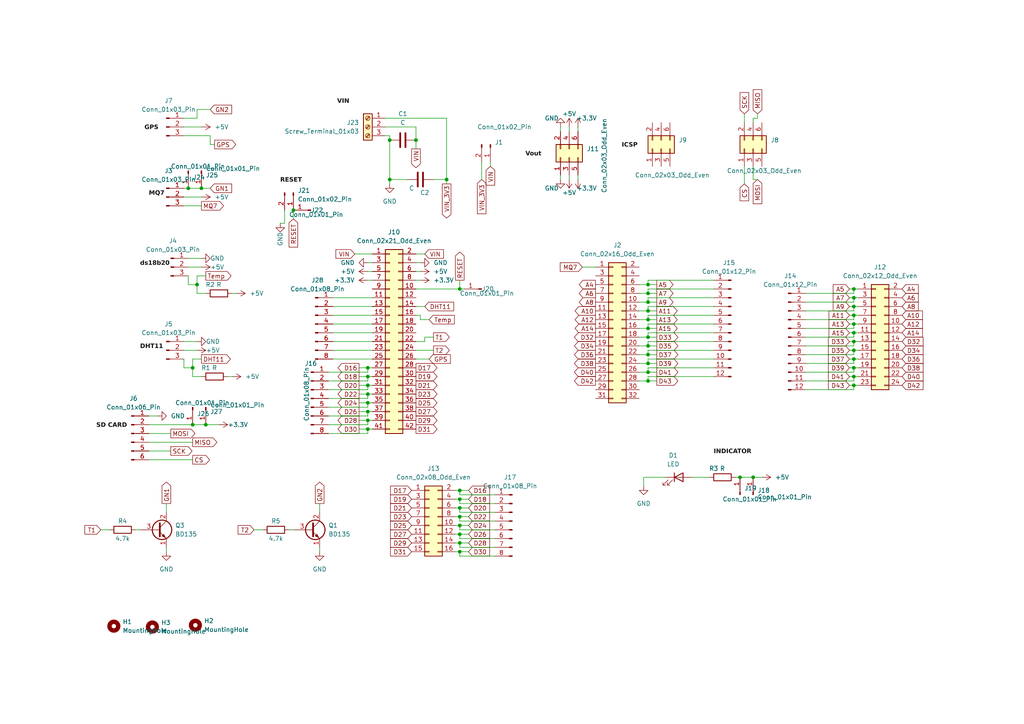
<source format=kicad_sch>
(kicad_sch (version 20230121) (generator eeschema)
  (paper "A4")
  (lib_symbols
    (symbol "Connector:Conn_01x01_Pin" (pin_names (offset 1.016) hide)
      (property "Reference" "J" (at 0 2.54 0))
      (property "Value" "Conn_01x01_Pin" (at 0 -2.54 0))
      (symbol "Conn_01x01_Pin_1_1"
        (pin passive line (at 5.08 0 180) (length 3.81) (name "Pin_1") (number "1"))
      )
    )
    (symbol "Connector:Conn_01x02_Pin" (pin_names (offset 1.016) hide)
      (property "Reference" "J" (at 0 2.54 0))
      (property "Value" "Conn_01x02_Pin" (at 0 -5.08 0))
      (symbol "Conn_01x02_Pin_1_1"
        (pin passive line (at 5.08 0 180) (length 3.81) (name "Pin_1") (number "1"))
        (pin passive line (at 5.08 -2.54 180) (length 3.81) (name "Pin_2") (number "2"))
      )
    )
    (symbol "Connector:Conn_01x03_Pin" (pin_names (offset 1.016) hide)
      (property "Reference" "J" (at 0 5.08 0))
      (property "Value" "Conn_01x03_Pin" (at 0 -5.08 0))
      (symbol "Conn_01x03_Pin_1_1"
        (pin passive line (at 5.08 2.54 180) (length 3.81) (name "Pin_1") (number "1"))
        (pin passive line (at 5.08 0 180) (length 3.81) (name "Pin_2") (number "2"))
        (pin passive line (at 5.08 -2.54 180) (length 3.81) (name "Pin_3") (number "3"))
      )
    )
    (symbol "Connector:Conn_01x06_Pin" (pin_names (offset 1.016) hide)
      (property "Reference" "J" (at 0 7.62 0))
      (property "Value" "Conn_01x06_Pin" (at 0 -10.16 0))
      (symbol "Conn_01x06_Pin_1_1"
        (pin passive line (at 5.08 5.08 180) (length 3.81) (name "Pin_1") (number "1"))
        (pin passive line (at 5.08 2.54 180) (length 3.81) (name "Pin_2") (number "2"))
        (pin passive line (at 5.08 0 180) (length 3.81) (name "Pin_3") (number "3"))
        (pin passive line (at 5.08 -2.54 180) (length 3.81) (name "Pin_4") (number "4"))
        (pin passive line (at 5.08 -5.08 180) (length 3.81) (name "Pin_5") (number "5"))
        (pin passive line (at 5.08 -7.62 180) (length 3.81) (name "Pin_6") (number "6"))
      )
    )
    (symbol "Connector:Conn_01x08_Pin" (pin_names (offset 1.016) hide)
      (property "Reference" "J" (at 0 10.16 0))
      (property "Value" "Conn_01x08_Pin" (at 0 -12.7 0))
      (symbol "Conn_01x08_Pin_1_1"
        (pin passive line (at 5.08 7.62 180) (length 3.81) (name "Pin_1") (number "1"))
        (pin passive line (at 5.08 5.08 180) (length 3.81) (name "Pin_2") (number "2"))
        (pin passive line (at 5.08 2.54 180) (length 3.81) (name "Pin_3") (number "3"))
        (pin passive line (at 5.08 0 180) (length 3.81) (name "Pin_4") (number "4"))
        (pin passive line (at 5.08 -2.54 180) (length 3.81) (name "Pin_5") (number "5"))
        (pin passive line (at 5.08 -5.08 180) (length 3.81) (name "Pin_6") (number "6"))
        (pin passive line (at 5.08 -7.62 180) (length 3.81) (name "Pin_7") (number "7"))
        (pin passive line (at 5.08 -10.16 180) (length 3.81) (name "Pin_8") (number "8"))
      )
    )
    (symbol "Connector:Conn_01x12_Pin" (pin_names (offset 1.016) hide)
      (property "Reference" "J" (at 0 15.24 0))
      (property "Value" "Conn_01x12_Pin" (at 0 -17.78 0))
      (symbol "Conn_01x12_Pin_1_1"
        (pin passive line (at 5.08 12.7 180) (length 3.81) (name "Pin_1") (number "1"))
        (pin passive line (at 5.08 -10.16 180) (length 3.81) (name "Pin_10") (number "10"))
        (pin passive line (at 5.08 -12.7 180) (length 3.81) (name "Pin_11") (number "11"))
        (pin passive line (at 5.08 -15.24 180) (length 3.81) (name "Pin_12") (number "12"))
        (pin passive line (at 5.08 10.16 180) (length 3.81) (name "Pin_2") (number "2"))
        (pin passive line (at 5.08 7.62 180) (length 3.81) (name "Pin_3") (number "3"))
        (pin passive line (at 5.08 5.08 180) (length 3.81) (name "Pin_4") (number "4"))
        (pin passive line (at 5.08 2.54 180) (length 3.81) (name "Pin_5") (number "5"))
        (pin passive line (at 5.08 0 180) (length 3.81) (name "Pin_6") (number "6"))
        (pin passive line (at 5.08 -2.54 180) (length 3.81) (name "Pin_7") (number "7"))
        (pin passive line (at 5.08 -5.08 180) (length 3.81) (name "Pin_8") (number "8"))
        (pin passive line (at 5.08 -7.62 180) (length 3.81) (name "Pin_9") (number "9"))
      )
    )
    (symbol "Connector:Screw_Terminal_01x03" (pin_names (offset 1.016) hide)
      (property "Reference" "J" (at 0 5.08 0))
      (property "Value" "Screw_Terminal_01x03" (at 0 -5.08 0))
      (symbol "Screw_Terminal_01x03_1_1"
        (pin passive line (at -5.08 2.54 0) (length 3.81) (name "Pin_1") (number "1"))
        (pin passive line (at -5.08 0 0) (length 3.81) (name "Pin_2") (number "2"))
        (pin passive line (at -5.08 -2.54 0) (length 3.81) (name "Pin_3") (number "3"))
      )
    )
    (symbol "Connector_Generic:Conn_02x03_Odd_Even" (pin_names (offset 1.016) hide)
      (property "Reference" "J" (at 1.27 5.08 0))
      (property "Value" "Conn_02x03_Odd_Even" (at 1.27 -5.08 0))
      (symbol "Conn_02x03_Odd_Even_1_1"
        (pin passive line (at -5.08 2.54 0) (length 3.81) (name "Pin_1") (number "1"))
        (pin passive line (at 7.62 2.54 180) (length 3.81) (name "Pin_2") (number "2"))
        (pin passive line (at -5.08 0 0) (length 3.81) (name "Pin_3") (number "3"))
        (pin passive line (at 7.62 0 180) (length 3.81) (name "Pin_4") (number "4"))
        (pin passive line (at -5.08 -2.54 0) (length 3.81) (name "Pin_5") (number "5"))
        (pin passive line (at 7.62 -2.54 180) (length 3.81) (name "Pin_6") (number "6"))
      )
    )
    (symbol "Connector_Generic:Conn_02x08_Odd_Even" (pin_names (offset 1.016) hide)
      (property "Reference" "J" (at 1.27 10.16 0))
      (property "Value" "Conn_02x08_Odd_Even" (at 1.27 -12.7 0))
      (symbol "Conn_02x08_Odd_Even_1_1"
        (pin passive line (at -5.08 7.62 0) (length 3.81) (name "Pin_1") (number "1"))
        (pin passive line (at 7.62 -2.54 180) (length 3.81) (name "Pin_10") (number "10"))
        (pin passive line (at -5.08 -5.08 0) (length 3.81) (name "Pin_11") (number "11"))
        (pin passive line (at 7.62 -5.08 180) (length 3.81) (name "Pin_12") (number "12"))
        (pin passive line (at -5.08 -7.62 0) (length 3.81) (name "Pin_13") (number "13"))
        (pin passive line (at 7.62 -7.62 180) (length 3.81) (name "Pin_14") (number "14"))
        (pin passive line (at -5.08 -10.16 0) (length 3.81) (name "Pin_15") (number "15"))
        (pin passive line (at 7.62 -10.16 180) (length 3.81) (name "Pin_16") (number "16"))
        (pin passive line (at 7.62 7.62 180) (length 3.81) (name "Pin_2") (number "2"))
        (pin passive line (at -5.08 5.08 0) (length 3.81) (name "Pin_3") (number "3"))
        (pin passive line (at 7.62 5.08 180) (length 3.81) (name "Pin_4") (number "4"))
        (pin passive line (at -5.08 2.54 0) (length 3.81) (name "Pin_5") (number "5"))
        (pin passive line (at 7.62 2.54 180) (length 3.81) (name "Pin_6") (number "6"))
        (pin passive line (at -5.08 0 0) (length 3.81) (name "Pin_7") (number "7"))
        (pin passive line (at 7.62 0 180) (length 3.81) (name "Pin_8") (number "8"))
        (pin passive line (at -5.08 -2.54 0) (length 3.81) (name "Pin_9") (number "9"))
      )
    )
    (symbol "Connector_Generic:Conn_02x12_Odd_Even" (pin_names (offset 1.016) hide)
      (property "Reference" "J" (at 1.27 15.24 0))
      (property "Value" "Conn_02x12_Odd_Even" (at 1.27 -17.78 0))
      (symbol "Conn_02x12_Odd_Even_1_1"
        (pin passive line (at -5.08 12.7 0) (length 3.81) (name "Pin_1") (number "1"))
        (pin passive line (at 7.62 2.54 180) (length 3.81) (name "Pin_10") (number "10"))
        (pin passive line (at -5.08 0 0) (length 3.81) (name "Pin_11") (number "11"))
        (pin passive line (at 7.62 0 180) (length 3.81) (name "Pin_12") (number "12"))
        (pin passive line (at -5.08 -2.54 0) (length 3.81) (name "Pin_13") (number "13"))
        (pin passive line (at 7.62 -2.54 180) (length 3.81) (name "Pin_14") (number "14"))
        (pin passive line (at -5.08 -5.08 0) (length 3.81) (name "Pin_15") (number "15"))
        (pin passive line (at 7.62 -5.08 180) (length 3.81) (name "Pin_16") (number "16"))
        (pin passive line (at -5.08 -7.62 0) (length 3.81) (name "Pin_17") (number "17"))
        (pin passive line (at 7.62 -7.62 180) (length 3.81) (name "Pin_18") (number "18"))
        (pin passive line (at -5.08 -10.16 0) (length 3.81) (name "Pin_19") (number "19"))
        (pin passive line (at 7.62 12.7 180) (length 3.81) (name "Pin_2") (number "2"))
        (pin passive line (at 7.62 -10.16 180) (length 3.81) (name "Pin_20") (number "20"))
        (pin passive line (at -5.08 -12.7 0) (length 3.81) (name "Pin_21") (number "21"))
        (pin passive line (at 7.62 -12.7 180) (length 3.81) (name "Pin_22") (number "22"))
        (pin passive line (at -5.08 -15.24 0) (length 3.81) (name "Pin_23") (number "23"))
        (pin passive line (at 7.62 -15.24 180) (length 3.81) (name "Pin_24") (number "24"))
        (pin passive line (at -5.08 10.16 0) (length 3.81) (name "Pin_3") (number "3"))
        (pin passive line (at 7.62 10.16 180) (length 3.81) (name "Pin_4") (number "4"))
        (pin passive line (at -5.08 7.62 0) (length 3.81) (name "Pin_5") (number "5"))
        (pin passive line (at 7.62 7.62 180) (length 3.81) (name "Pin_6") (number "6"))
        (pin passive line (at -5.08 5.08 0) (length 3.81) (name "Pin_7") (number "7"))
        (pin passive line (at 7.62 5.08 180) (length 3.81) (name "Pin_8") (number "8"))
        (pin passive line (at -5.08 2.54 0) (length 3.81) (name "Pin_9") (number "9"))
      )
    )
    (symbol "Connector_Generic:Conn_02x16_Odd_Even" (pin_names (offset 1.016) hide)
      (property "Reference" "J" (at 1.27 20.32 0))
      (property "Value" "Conn_02x16_Odd_Even" (at 1.27 -22.86 0))
      (symbol "Conn_02x16_Odd_Even_1_1"
        (pin passive line (at -5.08 17.78 0) (length 3.81) (name "Pin_1") (number "1"))
        (pin passive line (at 7.62 7.62 180) (length 3.81) (name "Pin_10") (number "10"))
        (pin passive line (at -5.08 5.08 0) (length 3.81) (name "Pin_11") (number "11"))
        (pin passive line (at 7.62 5.08 180) (length 3.81) (name "Pin_12") (number "12"))
        (pin passive line (at -5.08 2.54 0) (length 3.81) (name "Pin_13") (number "13"))
        (pin passive line (at 7.62 2.54 180) (length 3.81) (name "Pin_14") (number "14"))
        (pin passive line (at -5.08 0 0) (length 3.81) (name "Pin_15") (number "15"))
        (pin passive line (at 7.62 0 180) (length 3.81) (name "Pin_16") (number "16"))
        (pin passive line (at -5.08 -2.54 0) (length 3.81) (name "Pin_17") (number "17"))
        (pin passive line (at 7.62 -2.54 180) (length 3.81) (name "Pin_18") (number "18"))
        (pin passive line (at -5.08 -5.08 0) (length 3.81) (name "Pin_19") (number "19"))
        (pin passive line (at 7.62 17.78 180) (length 3.81) (name "Pin_2") (number "2"))
        (pin passive line (at 7.62 -5.08 180) (length 3.81) (name "Pin_20") (number "20"))
        (pin passive line (at -5.08 -7.62 0) (length 3.81) (name "Pin_21") (number "21"))
        (pin passive line (at 7.62 -7.62 180) (length 3.81) (name "Pin_22") (number "22"))
        (pin passive line (at -5.08 -10.16 0) (length 3.81) (name "Pin_23") (number "23"))
        (pin passive line (at 7.62 -10.16 180) (length 3.81) (name "Pin_24") (number "24"))
        (pin passive line (at -5.08 -12.7 0) (length 3.81) (name "Pin_25") (number "25"))
        (pin passive line (at 7.62 -12.7 180) (length 3.81) (name "Pin_26") (number "26"))
        (pin passive line (at -5.08 -15.24 0) (length 3.81) (name "Pin_27") (number "27"))
        (pin passive line (at 7.62 -15.24 180) (length 3.81) (name "Pin_28") (number "28"))
        (pin passive line (at -5.08 -17.78 0) (length 3.81) (name "Pin_29") (number "29"))
        (pin passive line (at -5.08 15.24 0) (length 3.81) (name "Pin_3") (number "3"))
        (pin passive line (at 7.62 -17.78 180) (length 3.81) (name "Pin_30") (number "30"))
        (pin passive line (at -5.08 -20.32 0) (length 3.81) (name "Pin_31") (number "31"))
        (pin passive line (at 7.62 -20.32 180) (length 3.81) (name "Pin_32") (number "32"))
        (pin passive line (at 7.62 15.24 180) (length 3.81) (name "Pin_4") (number "4"))
        (pin passive line (at -5.08 12.7 0) (length 3.81) (name "Pin_5") (number "5"))
        (pin passive line (at 7.62 12.7 180) (length 3.81) (name "Pin_6") (number "6"))
        (pin passive line (at -5.08 10.16 0) (length 3.81) (name "Pin_7") (number "7"))
        (pin passive line (at 7.62 10.16 180) (length 3.81) (name "Pin_8") (number "8"))
        (pin passive line (at -5.08 7.62 0) (length 3.81) (name "Pin_9") (number "9"))
      )
    )
    (symbol "Connector_Generic:Conn_02x21_Odd_Even" (pin_names (offset 1.016) hide)
      (property "Reference" "J" (at 1.27 27.94 0))
      (property "Value" "Conn_02x21_Odd_Even" (at 1.27 -27.94 0))
      (symbol "Conn_02x21_Odd_Even_1_1"
        (pin passive line (at -5.08 25.4 0) (length 3.81) (name "Pin_1") (number "1"))
        (pin passive line (at 7.62 15.24 180) (length 3.81) (name "Pin_10") (number "10"))
        (pin passive line (at -5.08 12.7 0) (length 3.81) (name "Pin_11") (number "11"))
        (pin passive line (at 7.62 12.7 180) (length 3.81) (name "Pin_12") (number "12"))
        (pin passive line (at -5.08 10.16 0) (length 3.81) (name "Pin_13") (number "13"))
        (pin passive line (at 7.62 10.16 180) (length 3.81) (name "Pin_14") (number "14"))
        (pin passive line (at -5.08 7.62 0) (length 3.81) (name "Pin_15") (number "15"))
        (pin passive line (at 7.62 7.62 180) (length 3.81) (name "Pin_16") (number "16"))
        (pin passive line (at -5.08 5.08 0) (length 3.81) (name "Pin_17") (number "17"))
        (pin passive line (at 7.62 5.08 180) (length 3.81) (name "Pin_18") (number "18"))
        (pin passive line (at -5.08 2.54 0) (length 3.81) (name "Pin_19") (number "19"))
        (pin passive line (at 7.62 25.4 180) (length 3.81) (name "Pin_2") (number "2"))
        (pin passive line (at 7.62 2.54 180) (length 3.81) (name "Pin_20") (number "20"))
        (pin passive line (at -5.08 0 0) (length 3.81) (name "Pin_21") (number "21"))
        (pin passive line (at 7.62 0 180) (length 3.81) (name "Pin_22") (number "22"))
        (pin passive line (at -5.08 -2.54 0) (length 3.81) (name "Pin_23") (number "23"))
        (pin passive line (at 7.62 -2.54 180) (length 3.81) (name "Pin_24") (number "24"))
        (pin passive line (at -5.08 -5.08 0) (length 3.81) (name "Pin_25") (number "25"))
        (pin passive line (at 7.62 -5.08 180) (length 3.81) (name "Pin_26") (number "26"))
        (pin passive line (at -5.08 -7.62 0) (length 3.81) (name "Pin_27") (number "27"))
        (pin passive line (at 7.62 -7.62 180) (length 3.81) (name "Pin_28") (number "28"))
        (pin passive line (at -5.08 -10.16 0) (length 3.81) (name "Pin_29") (number "29"))
        (pin passive line (at -5.08 22.86 0) (length 3.81) (name "Pin_3") (number "3"))
        (pin passive line (at 7.62 -10.16 180) (length 3.81) (name "Pin_30") (number "30"))
        (pin passive line (at -5.08 -12.7 0) (length 3.81) (name "Pin_31") (number "31"))
        (pin passive line (at 7.62 -12.7 180) (length 3.81) (name "Pin_32") (number "32"))
        (pin passive line (at -5.08 -15.24 0) (length 3.81) (name "Pin_33") (number "33"))
        (pin passive line (at 7.62 -15.24 180) (length 3.81) (name "Pin_34") (number "34"))
        (pin passive line (at -5.08 -17.78 0) (length 3.81) (name "Pin_35") (number "35"))
        (pin passive line (at 7.62 -17.78 180) (length 3.81) (name "Pin_36") (number "36"))
        (pin passive line (at -5.08 -20.32 0) (length 3.81) (name "Pin_37") (number "37"))
        (pin passive line (at 7.62 -20.32 180) (length 3.81) (name "Pin_38") (number "38"))
        (pin passive line (at -5.08 -22.86 0) (length 3.81) (name "Pin_39") (number "39"))
        (pin passive line (at 7.62 22.86 180) (length 3.81) (name "Pin_4") (number "4"))
        (pin passive line (at 7.62 -22.86 180) (length 3.81) (name "Pin_40") (number "40"))
        (pin passive line (at -5.08 -25.4 0) (length 3.81) (name "Pin_41") (number "41"))
        (pin passive line (at 7.62 -25.4 180) (length 3.81) (name "Pin_42") (number "42"))
        (pin passive line (at -5.08 20.32 0) (length 3.81) (name "Pin_5") (number "5"))
        (pin passive line (at 7.62 20.32 180) (length 3.81) (name "Pin_6") (number "6"))
        (pin passive line (at -5.08 17.78 0) (length 3.81) (name "Pin_7") (number "7"))
        (pin passive line (at 7.62 17.78 180) (length 3.81) (name "Pin_8") (number "8"))
        (pin passive line (at -5.08 15.24 0) (length 3.81) (name "Pin_9") (number "9"))
      )
    )
    (symbol "Device:C" (pin_numbers hide) (pin_names (offset 0.254))
      (property "Reference" "C" (at 0.635 2.54 0))
      (property "Value" "C" (at 0.635 -2.54 0))
      (symbol "C_1_1"
        (pin passive line (at 0 3.81 270) (length 2.794) (name "~") (number "1"))
        (pin passive line (at 0 -3.81 90) (length 2.794) (name "~") (number "2"))
      )
    )
    (symbol "Device:LED" (pin_numbers hide) (pin_names (offset 1.016) hide)
      (property "Reference" "D" (at 0 2.54 0))
      (property "Value" "LED" (at 0 -2.54 0))
      (symbol "LED_1_1"
        (pin passive line (at -3.81 0 0) (length 2.54) (name "K") (number "1"))
        (pin passive line (at 3.81 0 180) (length 2.54) (name "A") (number "2"))
      )
    )
    (symbol "Device:R" (pin_numbers hide) (pin_names (offset 0))
      (property "Reference" "R" (at 2.032 0 90))
      (property "Value" "R" (at 0 0 90))
      (symbol "R_1_1"
        (pin passive line (at 0 3.81 270) (length 1.27) (name "~") (number "1"))
        (pin passive line (at 0 -3.81 90) (length 1.27) (name "~") (number "2"))
      )
    )
    (symbol "Mechanical:MountingHole" (pin_names (offset 1.016))
      (property "Reference" "H" (at 0 5.08 0))
      (property "Value" "MountingHole" (at 0 3.175 0))
    )
    (symbol "Transistor_BJT:BD135" (pin_names (offset 0) hide)
      (property "Reference" "Q" (at 5.08 1.905 0))
      (property "Value" "BD135" (at 5.08 0 0))
      (symbol "BD135_1_1"
        (pin passive line (at 2.54 -5.08 90) (length 2.54) (name "E") (number "1"))
        (pin passive line (at 2.54 5.08 270) (length 2.54) (name "C") (number "2"))
        (pin input line (at -5.08 0 0) (length 5.08) (name "B") (number "3"))
      )
    )
    (symbol "power:+3.3V" (power) (pin_names (offset 0))
      (property "Value" "+3.3V" (at 0 3.556 0))
      (symbol "+3.3V_1_1"
        (pin power_in line (at 0 0 90) (length 0) hide (name "+3.3V") (number "1"))
      )
    )
    (symbol "power:+5V" (power) (pin_names (offset 0))
      (property "Value" "+5V" (at 0 3.556 0))
      (symbol "+5V_1_1"
        (pin power_in line (at 0 0 90) (length 0) hide (name "+5V") (number "1"))
      )
    )
    (symbol "power:GND" (power) (pin_names (offset 0))
      (property "Value" "GND" (at 0 -3.81 0))
      (symbol "GND_1_1"
        (pin power_in line (at 0 0 270) (length 0) hide (name "GND") (number "1"))
      )
    )
  )
  (junction (at 106.68 119.38))
  (junction (at 187.96 97.79))
  (junction (at 133.35 83.82))
  (junction (at 133.35 144.78))
  (junction (at 187.96 100.33))
  (junction (at 187.96 107.95))
  (junction (at 129.54 52.07))
  (junction (at 247.65 99.06))
  (junction (at 106.68 109.22))
  (junction (at 214.63 138.43))
  (junction (at 133.35 152.4))
  (junction (at 187.96 102.87))
  (junction (at 106.68 124.46))
  (junction (at 106.68 106.68))
  (junction (at 247.65 101.6))
  (junction (at 187.96 90.17))
  (junction (at 187.96 92.71))
  (junction (at 54.61 54.61))
  (junction (at 58.42 54.61))
  (junction (at 133.35 142.24))
  (junction (at 247.65 109.22))
  (junction (at 187.96 87.63))
  (junction (at 59.69 123.19))
  (junction (at 57.15 82.55))
  (junction (at 247.65 91.44))
  (junction (at 133.35 157.48))
  (junction (at 247.65 88.9))
  (junction (at 106.68 114.3))
  (junction (at 113.03 52.07))
  (junction (at 55.88 123.19))
  (junction (at 187.96 85.09))
  (junction (at 133.35 149.86))
  (junction (at 85.09 60.96))
  (junction (at 247.65 93.98))
  (junction (at 106.68 121.92))
  (junction (at 247.65 86.36))
  (junction (at 187.96 105.41))
  (junction (at 55.88 106.68))
  (junction (at 187.96 95.25))
  (junction (at 106.68 116.84))
  (junction (at 247.65 104.14))
  (junction (at 187.96 110.49))
  (junction (at 247.65 96.52))
  (junction (at 133.35 154.94))
  (junction (at 106.68 111.76))
  (junction (at 247.65 111.76))
  (junction (at 133.35 160.02))
  (junction (at 247.65 106.68))
  (junction (at 218.44 138.43))
  (junction (at 187.96 82.55))
  (junction (at 113.03 40.64))
  (junction (at 247.65 83.82))
  (junction (at 133.35 147.32))
  (junction (at 120.65 40.64))
  (wire (pts (xy 233.68 97.79) (xy 247.65 97.79)))
  (wire (pts (xy 106.68 118.11) (xy 106.68 116.84)))
  (wire (pts (xy 190.5 87.63) (xy 187.96 87.63)))
  (wire (pts (xy 185.42 82.55) (xy 187.96 82.55)))
  (wire (pts (xy 82.55 64.77) (xy 82.55 60.96)))
  (wire (pts (xy 187.96 86.36) (xy 207.01 86.36)))
  (wire (pts (xy 60.96 54.61) (xy 58.42 54.61)))
  (wire (pts (xy 111.76 39.37) (xy 113.03 39.37)))
  (wire (pts (xy 57.15 99.06) (xy 53.34 99.06)))
  (wire (pts (xy 187.96 96.52) (xy 187.96 97.79)))
  (wire (pts (xy 106.68 110.49) (xy 106.68 109.22)))
  (wire (pts (xy 106.68 124.46) (xy 107.95 124.46)))
  (wire (pts (xy 55.88 106.68) (xy 55.88 109.22)))
  (wire (pts (xy 96.52 88.9) (xy 107.95 88.9)))
  (wire (pts (xy 187.96 106.68) (xy 207.01 106.68)))
  (wire (pts (xy 247.65 83.82) (xy 248.92 83.82)))
  (wire (pts (xy 106.68 76.2) (xy 107.95 76.2)))
  (wire (pts (xy 187.96 90.17) (xy 185.42 90.17)))
  (wire (pts (xy 187.96 83.82) (xy 187.96 85.09)))
  (wire (pts (xy 133.35 81.28) (xy 133.35 83.82)))
  (wire (pts (xy 133.35 148.59) (xy 133.35 147.32)))
  (wire (pts (xy 214.63 138.43) (xy 213.36 138.43)))
  (wire (pts (xy 187.96 99.06) (xy 187.96 100.33)))
  (wire (pts (xy 187.96 101.6) (xy 187.96 102.87)))
  (wire (pts (xy 187.96 85.09) (xy 190.5 85.09)))
  (wire (pts (xy 143.51 151.13) (xy 133.35 151.13)))
  (wire (pts (xy 96.52 86.36) (xy 107.95 86.36)))
  (wire (pts (xy 133.35 153.67) (xy 133.35 152.4)))
  (wire (pts (xy 165.1 52.07) (xy 165.1 50.8)))
  (wire (pts (xy 143.51 153.67) (xy 133.35 153.67)))
  (wire (pts (xy 54.61 54.61) (xy 58.42 54.61)))
  (wire (pts (xy 218.44 34.29) (xy 218.44 35.56)))
  (wire (pts (xy 43.18 125.73) (xy 49.53 125.73)))
  (wire (pts (xy 246.38 109.22) (xy 247.65 109.22)))
  (wire (pts (xy 187.96 88.9) (xy 207.01 88.9)))
  (wire (pts (xy 246.38 88.9) (xy 247.65 88.9)))
  (wire (pts (xy 48.26 146.05) (xy 48.26 148.59)))
  (wire (pts (xy 95.25 113.03) (xy 106.68 113.03)))
  (wire (pts (xy 187.96 81.28) (xy 187.96 82.55)))
  (wire (pts (xy 220.98 138.43) (xy 218.44 138.43)))
  (wire (pts (xy 246.38 111.76) (xy 247.65 111.76)))
  (wire (pts (xy 133.35 144.78) (xy 132.08 144.78)))
  (wire (pts (xy 58.42 59.69) (xy 53.34 59.69)))
  (wire (pts (xy 187.96 102.87) (xy 185.42 102.87)))
  (wire (pts (xy 83.82 153.67) (xy 85.09 153.67)))
  (wire (pts (xy 165.1 38.1) (xy 165.1 36.83)))
  (wire (pts (xy 104.14 114.3) (xy 106.68 114.3)))
  (wire (pts (xy 133.35 83.82) (xy 120.65 83.82)))
  (wire (pts (xy 67.31 109.22) (xy 66.04 109.22)))
  (wire (pts (xy 233.68 100.33) (xy 247.65 100.33)))
  (wire (pts (xy 135.89 147.32) (xy 133.35 147.32)))
  (wire (pts (xy 60.96 39.37) (xy 53.34 39.37)))
  (wire (pts (xy 57.15 80.01) (xy 57.15 82.55)))
  (wire (pts (xy 133.35 161.29) (xy 133.35 160.02)))
  (wire (pts (xy 187.96 107.95) (xy 185.42 107.95)))
  (wire (pts (xy 135.89 142.24) (xy 133.35 142.24)))
  (wire (pts (xy 55.88 109.22) (xy 58.42 109.22)))
  (wire (pts (xy 81.28 64.77) (xy 82.55 64.77)))
  (wire (pts (xy 134.62 83.82) (xy 133.35 83.82)))
  (wire (pts (xy 246.38 101.6) (xy 247.65 101.6)))
  (wire (pts (xy 135.89 152.4) (xy 133.35 152.4)))
  (wire (pts (xy 59.69 123.19) (xy 63.5 123.19)))
  (wire (pts (xy 124.46 104.14) (xy 120.65 104.14)))
  (wire (pts (xy 125.73 52.07) (xy 129.54 52.07)))
  (wire (pts (xy 106.68 121.92) (xy 107.95 121.92)))
  (wire (pts (xy 106.68 125.73) (xy 106.68 124.46)))
  (wire (pts (xy 215.9 33.02) (xy 215.9 35.56)))
  (wire (pts (xy 190.5 95.25) (xy 187.96 95.25)))
  (wire (pts (xy 143.51 161.29) (xy 133.35 161.29)))
  (wire (pts (xy 106.68 78.74) (xy 107.95 78.74)))
  (wire (pts (xy 104.14 124.46) (xy 106.68 124.46)))
  (wire (pts (xy 233.68 113.03) (xy 247.65 113.03)))
  (wire (pts (xy 247.65 105.41) (xy 247.65 104.14)))
  (wire (pts (xy 207.01 81.28) (xy 187.96 81.28)))
  (wire (pts (xy 54.61 82.55) (xy 57.15 82.55)))
  (wire (pts (xy 247.65 91.44) (xy 248.92 91.44)))
  (wire (pts (xy 54.61 80.01) (xy 54.61 82.55)))
  (wire (pts (xy 187.96 95.25) (xy 185.42 95.25)))
  (wire (pts (xy 102.87 73.66) (xy 107.95 73.66)))
  (wire (pts (xy 95.25 125.73) (xy 106.68 125.73)))
  (wire (pts (xy 247.65 86.36) (xy 248.92 86.36)))
  (wire (pts (xy 135.89 154.94) (xy 133.35 154.94)))
  (wire (pts (xy 129.54 34.29) (xy 129.54 52.07)))
  (wire (pts (xy 106.68 114.3) (xy 107.95 114.3)))
  (wire (pts (xy 233.68 95.25) (xy 247.65 95.25)))
  (wire (pts (xy 57.15 31.75) (xy 57.15 34.29)))
  (wire (pts (xy 187.96 106.68) (xy 187.96 107.95)))
  (wire (pts (xy 247.65 87.63) (xy 247.65 86.36)))
  (wire (pts (xy 96.52 96.52) (xy 107.95 96.52)))
  (wire (pts (xy 187.96 91.44) (xy 187.96 92.71)))
  (wire (pts (xy 106.68 81.28) (xy 107.95 81.28)))
  (wire (pts (xy 219.71 34.29) (xy 219.71 33.02)))
  (wire (pts (xy 133.35 154.94) (xy 132.08 154.94)))
  (wire (pts (xy 95.25 107.95) (xy 106.68 107.95)))
  (wire (pts (xy 96.52 93.98) (xy 107.95 93.98)))
  (wire (pts (xy 162.56 36.83) (xy 162.56 38.1)))
  (wire (pts (xy 247.65 104.14) (xy 248.92 104.14)))
  (wire (pts (xy 190.5 107.95) (xy 187.96 107.95)))
  (wire (pts (xy 133.35 149.86) (xy 132.08 149.86)))
  (wire (pts (xy 233.68 92.71) (xy 247.65 92.71)))
  (wire (pts (xy 95.25 118.11) (xy 106.68 118.11)))
  (wire (pts (xy 135.89 149.86) (xy 133.35 149.86)))
  (wire (pts (xy 106.68 123.19) (xy 106.68 121.92)))
  (wire (pts (xy 129.54 34.29) (xy 111.76 34.29)))
  (wire (pts (xy 187.96 105.41) (xy 185.42 105.41)))
  (wire (pts (xy 62.23 41.91) (xy 60.96 41.91)))
  (wire (pts (xy 106.68 106.68) (xy 107.95 106.68)))
  (wire (pts (xy 104.14 106.68) (xy 106.68 106.68)))
  (wire (pts (xy 106.68 111.76) (xy 107.95 111.76)))
  (wire (pts (xy 207.01 104.14) (xy 187.96 104.14)))
  (wire (pts (xy 185.42 110.49) (xy 187.96 110.49)))
  (wire (pts (xy 123.19 99.06) (xy 120.65 99.06)))
  (wire (pts (xy 162.56 50.8) (xy 162.56 52.07)))
  (wire (pts (xy 233.68 110.49) (xy 247.65 110.49)))
  (wire (pts (xy 233.68 85.09) (xy 247.65 85.09)))
  (wire (pts (xy 233.68 90.17) (xy 247.65 90.17)))
  (wire (pts (xy 219.71 34.29) (xy 218.44 34.29)))
  (wire (pts (xy 247.65 96.52) (xy 248.92 96.52)))
  (wire (pts (xy 104.14 109.22) (xy 106.68 109.22)))
  (wire (pts (xy 187.96 92.71) (xy 190.5 92.71)))
  (wire (pts (xy 96.52 101.6) (xy 107.95 101.6)))
  (wire (pts (xy 106.68 109.22) (xy 107.95 109.22)))
  (wire (pts (xy 60.96 41.91) (xy 60.96 39.37)))
  (wire (pts (xy 187.96 96.52) (xy 207.01 96.52)))
  (wire (pts (xy 95.25 123.19) (xy 106.68 123.19)))
  (wire (pts (xy 106.68 120.65) (xy 106.68 119.38)))
  (wire (pts (xy 246.38 106.68) (xy 247.65 106.68)))
  (wire (pts (xy 246.38 83.82) (xy 247.65 83.82)))
  (wire (pts (xy 233.68 105.41) (xy 247.65 105.41)))
  (wire (pts (xy 247.65 99.06) (xy 248.92 99.06)))
  (wire (pts (xy 247.65 111.76) (xy 248.92 111.76)))
  (wire (pts (xy 121.92 78.74) (xy 120.65 78.74)))
  (wire (pts (xy 142.24 48.26) (xy 142.24 46.99)))
  (wire (pts (xy 187.96 109.22) (xy 187.96 110.49)))
  (wire (pts (xy 218.44 138.43) (xy 214.63 138.43)))
  (wire (pts (xy 247.65 101.6) (xy 248.92 101.6)))
  (wire (pts (xy 133.35 160.02) (xy 132.08 160.02)))
  (wire (pts (xy 133.35 146.05) (xy 133.35 144.78)))
  (wire (pts (xy 53.34 106.68) (xy 55.88 106.68)))
  (wire (pts (xy 247.65 113.03) (xy 247.65 111.76)))
  (wire (pts (xy 135.89 157.48) (xy 133.35 157.48)))
  (wire (pts (xy 55.88 104.14) (xy 55.88 106.68)))
  (wire (pts (xy 123.19 88.9) (xy 120.65 88.9)))
  (wire (pts (xy 55.88 128.27) (xy 43.18 128.27)))
  (wire (pts (xy 246.38 86.36) (xy 247.65 86.36)))
  (wire (pts (xy 133.35 147.32) (xy 132.08 147.32)))
  (wire (pts (xy 121.92 81.28) (xy 120.65 81.28)))
  (wire (pts (xy 233.68 107.95) (xy 247.65 107.95)))
  (wire (pts (xy 53.34 104.14) (xy 53.34 106.68)))
  (wire (pts (xy 187.96 83.82) (xy 207.01 83.82)))
  (wire (pts (xy 43.18 123.19) (xy 55.88 123.19)))
  (wire (pts (xy 104.14 116.84) (xy 106.68 116.84)))
  (wire (pts (xy 246.38 104.14) (xy 247.65 104.14)))
  (wire (pts (xy 48.26 160.02) (xy 48.26 158.75)))
  (wire (pts (xy 190.5 90.17) (xy 187.96 90.17)))
  (wire (pts (xy 106.68 107.95) (xy 106.68 106.68)))
  (wire (pts (xy 190.5 100.33) (xy 187.96 100.33)))
  (wire (pts (xy 57.15 85.09) (xy 59.69 85.09)))
  (wire (pts (xy 133.35 157.48) (xy 132.08 157.48)))
  (wire (pts (xy 215.9 53.34) (xy 215.9 48.26)))
  (wire (pts (xy 247.65 107.95) (xy 247.65 106.68)))
  (wire (pts (xy 57.15 101.6) (xy 53.34 101.6)))
  (wire (pts (xy 55.88 133.35) (xy 43.18 133.35)))
  (wire (pts (xy 57.15 82.55) (xy 57.15 85.09)))
  (wire (pts (xy 247.65 95.25) (xy 247.65 93.98)))
  (wire (pts (xy 143.51 143.51) (xy 133.35 143.51)))
  (wire (pts (xy 59.69 80.01) (xy 57.15 80.01)))
  (wire (pts (xy 247.65 92.71) (xy 247.65 91.44)))
  (wire (pts (xy 143.51 146.05) (xy 133.35 146.05)))
  (wire (pts (xy 49.53 130.81) (xy 43.18 130.81)))
  (wire (pts (xy 247.65 93.98) (xy 248.92 93.98)))
  (wire (pts (xy 247.65 85.09) (xy 247.65 83.82)))
  (wire (pts (xy 129.54 52.07) (xy 129.54 53.34)))
  (wire (pts (xy 113.03 52.07) (xy 113.03 53.34)))
  (wire (pts (xy 121.92 92.71) (xy 121.92 91.44)))
  (wire (pts (xy 246.38 96.52) (xy 247.65 96.52)))
  (wire (pts (xy 187.96 101.6) (xy 207.01 101.6)))
  (wire (pts (xy 55.88 123.19) (xy 59.69 123.19)))
  (wire (pts (xy 187.96 86.36) (xy 187.96 87.63)))
  (wire (pts (xy 218.44 52.07) (xy 218.44 48.26)))
  (wire (pts (xy 111.76 36.83) (xy 120.65 36.83)))
  (wire (pts (xy 121.92 92.71) (xy 124.46 92.71)))
  (wire (pts (xy 135.89 144.78) (xy 133.35 144.78)))
  (wire (pts (xy 104.14 111.76) (xy 106.68 111.76)))
  (wire (pts (xy 187.96 97.79) (xy 185.42 97.79)))
  (wire (pts (xy 123.19 73.66) (xy 120.65 73.66)))
  (wire (pts (xy 73.66 153.67) (xy 76.2 153.67)))
  (wire (pts (xy 187.96 104.14) (xy 187.96 105.41)))
  (wire (pts (xy 113.03 40.64) (xy 113.03 52.07)))
  (wire (pts (xy 58.42 36.83) (xy 53.34 36.83)))
  (wire (pts (xy 233.68 87.63) (xy 247.65 87.63)))
  (wire (pts (xy 143.51 158.75) (xy 133.35 158.75)))
  (wire (pts (xy 95.25 120.65) (xy 106.68 120.65)))
  (wire (pts (xy 68.58 85.09) (xy 67.31 85.09)))
  (wire (pts (xy 207.01 109.22) (xy 187.96 109.22)))
  (wire (pts (xy 133.35 143.51) (xy 133.35 142.24)))
  (wire (pts (xy 39.37 153.67) (xy 40.64 153.67)))
  (wire (pts (xy 57.15 31.75) (xy 60.96 31.75)))
  (wire (pts (xy 96.52 104.14) (xy 107.95 104.14)))
  (wire (pts (xy 187.96 99.06) (xy 207.01 99.06)))
  (wire (pts (xy 120.65 40.64) (xy 120.65 43.18)))
  (wire (pts (xy 187.96 100.33) (xy 185.42 100.33)))
  (wire (pts (xy 96.52 91.44) (xy 107.95 91.44)))
  (wire (pts (xy 247.65 102.87) (xy 247.65 101.6)))
  (wire (pts (xy 185.42 85.09) (xy 187.96 85.09)))
  (wire (pts (xy 247.65 97.79) (xy 247.65 96.52)))
  (wire (pts (xy 113.03 39.37) (xy 113.03 40.64)))
  (wire (pts (xy 104.14 119.38) (xy 106.68 119.38)))
  (wire (pts (xy 133.35 151.13) (xy 133.35 149.86)))
  (wire (pts (xy 96.52 99.06) (xy 107.95 99.06)))
  (wire (pts (xy 190.5 102.87) (xy 187.96 102.87)))
  (wire (pts (xy 246.38 91.44) (xy 247.65 91.44)))
  (wire (pts (xy 113.03 52.07) (xy 118.11 52.07)))
  (wire (pts (xy 58.42 77.47) (xy 54.61 77.47)))
  (wire (pts (xy 168.91 77.47) (xy 172.72 77.47)))
  (wire (pts (xy 187.96 88.9) (xy 187.96 90.17)))
  (wire (pts (xy 92.71 160.02) (xy 92.71 158.75)))
  (wire (pts (xy 247.65 110.49) (xy 247.65 109.22)))
  (wire (pts (xy 58.42 57.15) (xy 53.34 57.15)))
  (wire (pts (xy 187.96 87.63) (xy 185.42 87.63)))
  (wire (pts (xy 120.65 36.83) (xy 120.65 40.64)))
  (wire (pts (xy 106.68 119.38) (xy 107.95 119.38)))
  (wire (pts (xy 121.92 76.2) (xy 120.65 76.2)))
  (wire (pts (xy 187.96 93.98) (xy 207.01 93.98)))
  (wire (pts (xy 247.65 106.68) (xy 248.92 106.68)))
  (wire (pts (xy 246.38 99.06) (xy 247.65 99.06)))
  (wire (pts (xy 95.25 110.49) (xy 106.68 110.49)))
  (wire (pts (xy 57.15 34.29) (xy 53.34 34.29)))
  (wire (pts (xy 187.96 91.44) (xy 207.01 91.44)))
  (wire (pts (xy 58.42 104.14) (xy 55.88 104.14)))
  (wire (pts (xy 95.25 115.57) (xy 106.68 115.57)))
  (wire (pts (xy 139.7 52.07) (xy 139.7 46.99)))
  (wire (pts (xy 133.35 152.4) (xy 132.08 152.4)))
  (wire (pts (xy 58.42 74.93) (xy 54.61 74.93)))
  (wire (pts (xy 246.38 93.98) (xy 247.65 93.98)))
  (wire (pts (xy 104.14 121.92) (xy 106.68 121.92)))
  (wire (pts (xy 187.96 92.71) (xy 185.42 92.71)))
  (wire (pts (xy 121.92 91.44) (xy 120.65 91.44)))
  (wire (pts (xy 187.96 110.49) (xy 190.5 110.49)))
  (wire (pts (xy 190.5 97.79) (xy 187.96 97.79)))
  (wire (pts (xy 85.09 63.5) (xy 85.09 60.96)))
  (wire (pts (xy 247.65 90.17) (xy 247.65 88.9)))
  (wire (pts (xy 133.35 142.24) (xy 132.08 142.24)))
  (wire (pts (xy 167.64 36.83) (xy 167.64 38.1)))
  (wire (pts (xy 167.64 52.07) (xy 167.64 50.8)))
  (wire (pts (xy 120.65 101.6) (xy 125.73 101.6)))
  (wire (pts (xy 133.35 156.21) (xy 133.35 154.94)))
  (wire (pts (xy 247.65 109.22) (xy 248.92 109.22)))
  (wire (pts (xy 135.89 160.02) (xy 133.35 160.02)))
  (wire (pts (xy 186.69 140.97) (xy 186.69 138.43)))
  (wire (pts (xy 106.68 115.57) (xy 106.68 114.3)))
  (wire (pts (xy 45.72 120.65) (xy 43.18 120.65)))
  (wire (pts (xy 106.68 116.84) (xy 107.95 116.84)))
  (wire (pts (xy 92.71 146.05) (xy 92.71 148.59)))
  (wire (pts (xy 187.96 82.55) (xy 190.5 82.55)))
  (wire (pts (xy 123.19 97.79) (xy 123.19 99.06)))
  (wire (pts (xy 200.66 138.43) (xy 205.74 138.43)))
  (wire (pts (xy 143.51 156.21) (xy 133.35 156.21)))
  (wire (pts (xy 186.69 138.43) (xy 193.04 138.43)))
  (wire (pts (xy 133.35 158.75) (xy 133.35 157.48)))
  (wire (pts (xy 125.73 97.79) (xy 123.19 97.79)))
  (wire (pts (xy 54.61 54.61) (xy 53.34 54.61)))
  (wire (pts (xy 247.65 88.9) (xy 248.92 88.9)))
  (wire (pts (xy 190.5 105.41) (xy 187.96 105.41)))
  (wire (pts (xy 219.71 52.07) (xy 218.44 52.07)))
  (wire (pts (xy 29.21 153.67) (xy 31.75 153.67)))
  (wire (pts (xy 187.96 93.98) (xy 187.96 95.25)))
  (wire (pts (xy 247.65 100.33) (xy 247.65 99.06)))
  (wire (pts (xy 233.68 102.87) (xy 247.65 102.87)))
  (wire (pts (xy 106.68 113.03) (xy 106.68 111.76)))
  (wire (pts (xy 143.51 148.59) (xy 133.35 148.59)))
  (label "SD CARD" (at 27.94 124.46 0) (effects (font (thickness 0.254) bold)))
  (label "Vout" (at 152.4 45.72 0) (effects (font (thickness 0.254) bold)))
  (label "RESET" (at 81.28 53.34 0) (effects (font (thickness 0.254) bold)))
  (label "VIN" (at 97.79 30.48 0) (effects (font (thickness 0.254) bold)))
  (label "ds18b20" (at 40.64 77.47 0) (effects (font (thickness 0.254) bold)))
  (label "INDICATOR" (at 207.01 132.08 0) (effects (font (thickness 0.254) bold)))
  (label "ICSP" (at 180.34 43.18 0) (effects (font (thickness 0.254) bold)))
  (label "MQ7" (at 43.18 57.15 0) (effects (font (thickness 0.254) bold)))
  (label "DHT11" (at 40.64 101.6 0) (effects (font (thickness 0.254) bold)))
  (label "GPS" (at 41.91 38.1 0) (effects (font (thickness 0.254) bold)))
  (global_label "MISO" (shape input) (at 219.71 33.02 90) (property "Intersheetrefs" "${INTERSHEET_REFS}" (effects hide)))
  (global_label "D21" (shape input) (at 119.38 147.32 180) (property "Intersheetrefs" "${INTERSHEET_REFS}" (effects hide)))
  (global_label "D22" (shape output) (at 104.14 114.3 180) (property "Intersheetrefs" "${INTERSHEET_REFS}" (effects hide)))
  (global_label "D33" (shape output) (at 190.5 97.79 0) (property "Intersheetrefs" "${INTERSHEET_REFS}" (effects hide)))
  (global_label "D43" (shape output) (at 190.5 110.49 0) (property "Intersheetrefs" "${INTERSHEET_REFS}" (effects hide)))
  (global_label "MOSI" (shape output) (at 49.53 125.73 0) (property "Intersheetrefs" "${INTERSHEET_REFS}" (effects hide)))
  (global_label "D16" (shape input) (at 135.89 142.24 0) (property "Intersheetrefs" "${INTERSHEET_REFS}" (effects hide)))
  (global_label "D25" (shape output) (at 120.65 116.84 0) (property "Intersheetrefs" "${INTERSHEET_REFS}" (effects hide)))
  (global_label "MISO" (shape output) (at 55.88 128.27 0) (property "Intersheetrefs" "${INTERSHEET_REFS}" (effects hide)))
  (global_label "T1" (shape input) (at 29.21 153.67 180) (property "Intersheetrefs" "${INTERSHEET_REFS}" (effects hide)))
  (global_label "D40" (shape input) (at 261.62 109.22 0) (property "Intersheetrefs" "${INTERSHEET_REFS}" (effects hide)))
  (global_label "A12" (shape input) (at 261.62 93.98 0) (property "Intersheetrefs" "${INTERSHEET_REFS}" (effects hide)))
  (global_label "DHT11" (shape output) (at 58.42 104.14 0) (property "Intersheetrefs" "${INTERSHEET_REFS}" (effects hide)))
  (global_label "D42" (shape output) (at 172.72 110.49 180) (property "Intersheetrefs" "${INTERSHEET_REFS}" (effects hide)))
  (global_label "A6" (shape input) (at 261.62 86.36 0) (property "Intersheetrefs" "${INTERSHEET_REFS}" (effects hide)))
  (global_label "D23" (shape input) (at 119.38 149.86 180) (property "Intersheetrefs" "${INTERSHEET_REFS}" (effects hide)))
  (global_label "D23" (shape output) (at 120.65 114.3 0) (property "Intersheetrefs" "${INTERSHEET_REFS}" (effects hide)))
  (global_label "D32" (shape input) (at 261.62 99.06 0) (property "Intersheetrefs" "${INTERSHEET_REFS}" (effects hide)))
  (global_label "A7" (shape output) (at 190.5 85.09 0) (property "Intersheetrefs" "${INTERSHEET_REFS}" (effects hide)))
  (global_label "VIN_3V3" (shape input) (at 139.7 52.07 270) (property "Intersheetrefs" "${INTERSHEET_REFS}" (effects hide)))
  (global_label "T1" (shape output) (at 125.73 97.79 0) (property "Intersheetrefs" "${INTERSHEET_REFS}" (effects hide)))
  (global_label "D26" (shape output) (at 104.14 119.38 180) (property "Intersheetrefs" "${INTERSHEET_REFS}" (effects hide)))
  (global_label "D28" (shape input) (at 135.89 157.48 0) (property "Intersheetrefs" "${INTERSHEET_REFS}" (effects hide)))
  (global_label "VIN" (shape input) (at 102.87 73.66 180) (property "Intersheetrefs" "${INTERSHEET_REFS}" (effects hide)))
  (global_label "D35" (shape output) (at 190.5 100.33 0) (property "Intersheetrefs" "${INTERSHEET_REFS}" (effects hide)))
  (global_label "D42" (shape input) (at 261.62 111.76 0) (property "Intersheetrefs" "${INTERSHEET_REFS}" (effects hide)))
  (global_label "VIN" (shape input) (at 123.19 73.66 0) (property "Intersheetrefs" "${INTERSHEET_REFS}" (effects hide)))
  (global_label "D37" (shape output) (at 190.5 102.87 0) (property "Intersheetrefs" "${INTERSHEET_REFS}" (effects hide)))
  (global_label "D39" (shape output) (at 190.5 105.41 0) (property "Intersheetrefs" "${INTERSHEET_REFS}" (effects hide)))
  (global_label "D31" (shape output) (at 120.65 124.46 0) (property "Intersheetrefs" "${INTERSHEET_REFS}" (effects hide)))
  (global_label "A5" (shape input) (at 246.38 83.82 180) (property "Intersheetrefs" "${INTERSHEET_REFS}" (effects hide)))
  (global_label "T2" (shape input) (at 73.66 153.67 180) (property "Intersheetrefs" "${INTERSHEET_REFS}" (effects hide)))
  (global_label "D20" (shape output) (at 104.14 111.76 180) (property "Intersheetrefs" "${INTERSHEET_REFS}" (effects hide)))
  (global_label "MOSI" (shape input) (at 219.71 52.07 270) (property "Intersheetrefs" "${INTERSHEET_REFS}" (effects hide)))
  (global_label "D18" (shape input) (at 135.89 144.78 0) (property "Intersheetrefs" "${INTERSHEET_REFS}" (effects hide)))
  (global_label "A6" (shape output) (at 172.72 85.09 180) (property "Intersheetrefs" "${INTERSHEET_REFS}" (effects hide)))
  (global_label "A10" (shape output) (at 172.72 90.17 180) (property "Intersheetrefs" "${INTERSHEET_REFS}" (effects hide)))
  (global_label "D25" (shape input) (at 119.38 152.4 180) (property "Intersheetrefs" "${INTERSHEET_REFS}" (effects hide)))
  (global_label "D38" (shape output) (at 172.72 105.41 180) (property "Intersheetrefs" "${INTERSHEET_REFS}" (effects hide)))
  (global_label "A14" (shape output) (at 172.72 95.25 180) (property "Intersheetrefs" "${INTERSHEET_REFS}" (effects hide)))
  (global_label "D36" (shape input) (at 261.62 104.14 0) (property "Intersheetrefs" "${INTERSHEET_REFS}" (effects hide)))
  (global_label "D26" (shape input) (at 135.89 154.94 0) (property "Intersheetrefs" "${INTERSHEET_REFS}" (effects hide)))
  (global_label "D27" (shape output) (at 120.65 119.38 0) (property "Intersheetrefs" "${INTERSHEET_REFS}" (effects hide)))
  (global_label "GPS" (shape output) (at 62.23 41.91 0) (property "Intersheetrefs" "${INTERSHEET_REFS}" (effects hide)))
  (global_label "A12" (shape output) (at 172.72 92.71 180) (property "Intersheetrefs" "${INTERSHEET_REFS}" (effects hide)))
  (global_label "D29" (shape input) (at 119.38 157.48 180) (property "Intersheetrefs" "${INTERSHEET_REFS}" (effects hide)))
  (global_label "VIN_3V3" (shape output) (at 129.54 53.34 270) (property "Intersheetrefs" "${INTERSHEET_REFS}" (effects hide)))
  (global_label "D32" (shape output) (at 172.72 97.79 180) (property "Intersheetrefs" "${INTERSHEET_REFS}" (effects hide)))
  (global_label "DHT11" (shape input) (at 123.19 88.9 0) (property "Intersheetrefs" "${INTERSHEET_REFS}" (effects hide)))
  (global_label "A11" (shape input) (at 246.38 91.44 180) (property "Intersheetrefs" "${INTERSHEET_REFS}" (effects hide)))
  (global_label "D22" (shape input) (at 135.89 149.86 0) (property "Intersheetrefs" "${INTERSHEET_REFS}" (effects hide)))
  (global_label "GPS" (shape input) (at 124.46 104.14 0) (property "Intersheetrefs" "${INTERSHEET_REFS}" (effects hide)))
  (global_label "GN1" (shape input) (at 60.96 54.61 0) (property "Intersheetrefs" "${INTERSHEET_REFS}" (effects hide)))
  (global_label "A11" (shape output) (at 190.5 90.17 0) (property "Intersheetrefs" "${INTERSHEET_REFS}" (effects hide)))
  (global_label "CS" (shape input) (at 215.9 53.34 270) (property "Intersheetrefs" "${INTERSHEET_REFS}" (effects hide)))
  (global_label "A9" (shape output) (at 190.5 87.63 0) (property "Intersheetrefs" "${INTERSHEET_REFS}" (effects hide)))
  (global_label "D31" (shape input) (at 119.38 160.02 180) (property "Intersheetrefs" "${INTERSHEET_REFS}" (effects hide)))
  (global_label "MQ7" (shape input) (at 168.91 77.47 180) (property "Intersheetrefs" "${INTERSHEET_REFS}" (effects hide)))
  (global_label "D19" (shape output) (at 120.65 109.22 0) (property "Intersheetrefs" "${INTERSHEET_REFS}" (effects hide)))
  (global_label "D40" (shape output) (at 172.72 107.95 180) (property "Intersheetrefs" "${INTERSHEET_REFS}" (effects hide)))
  (global_label "D24" (shape output) (at 104.14 116.84 180) (property "Intersheetrefs" "${INTERSHEET_REFS}" (effects hide)))
  (global_label "A9" (shape input) (at 246.38 88.9 180) (property "Intersheetrefs" "${INTERSHEET_REFS}" (effects hide)))
  (global_label "A15" (shape output) (at 190.5 95.25 0) (property "Intersheetrefs" "${INTERSHEET_REFS}" (effects hide)))
  (global_label "RESET" (shape output) (at 133.35 81.28 90) (property "Intersheetrefs" "${INTERSHEET_REFS}" (effects hide)))
  (global_label "A13" (shape output) (at 190.5 92.71 0) (property "Intersheetrefs" "${INTERSHEET_REFS}" (effects hide)))
  (global_label "D30" (shape input) (at 135.89 160.02 0) (property "Intersheetrefs" "${INTERSHEET_REFS}" (effects hide)))
  (global_label "D43" (shape input) (at 246.38 111.76 180) (property "Intersheetrefs" "${INTERSHEET_REFS}" (effects hide)))
  (global_label "A4" (shape output) (at 172.72 82.55 180) (property "Intersheetrefs" "${INTERSHEET_REFS}" (effects hide)))
  (global_label "D28" (shape output) (at 104.14 121.92 180) (property "Intersheetrefs" "${INTERSHEET_REFS}" (effects hide)))
  (global_label "D41" (shape input) (at 246.38 109.22 180) (property "Intersheetrefs" "${INTERSHEET_REFS}" (effects hide)))
  (global_label "A13" (shape input) (at 246.38 93.98 180) (property "Intersheetrefs" "${INTERSHEET_REFS}" (effects hide)))
  (global_label "VIN" (shape output) (at 120.65 43.18 270) (property "Intersheetrefs" "${INTERSHEET_REFS}" (effects hide)))
  (global_label "D17" (shape input) (at 119.38 142.24 180) (property "Intersheetrefs" "${INTERSHEET_REFS}" (effects hide)))
  (global_label "D18" (shape output) (at 104.14 109.22 180) (property "Intersheetrefs" "${INTERSHEET_REFS}" (effects hide)))
  (global_label "D30" (shape output) (at 104.14 124.46 180) (property "Intersheetrefs" "${INTERSHEET_REFS}" (effects hide)))
  (global_label "D17" (shape output) (at 120.65 106.68 0) (property "Intersheetrefs" "${INTERSHEET_REFS}" (effects hide)))
  (global_label "Temp" (shape input) (at 124.46 92.71 0) (property "Intersheetrefs" "${INTERSHEET_REFS}" (effects hide)))
  (global_label "D41" (shape output) (at 190.5 107.95 0) (property "Intersheetrefs" "${INTERSHEET_REFS}" (effects hide)))
  (global_label "CS" (shape output) (at 55.88 133.35 0) (property "Intersheetrefs" "${INTERSHEET_REFS}" (effects hide)))
  (global_label "D37" (shape input) (at 246.38 104.14 180) (property "Intersheetrefs" "${INTERSHEET_REFS}" (effects hide)))
  (global_label "SCK" (shape input) (at 215.9 33.02 90) (property "Intersheetrefs" "${INTERSHEET_REFS}" (effects hide)))
  (global_label "A14" (shape input) (at 261.62 96.52 0) (property "Intersheetrefs" "${INTERSHEET_REFS}" (effects hide)))
  (global_label "D34" (shape input) (at 261.62 101.6 0) (property "Intersheetrefs" "${INTERSHEET_REFS}" (effects hide)))
  (global_label "D24" (shape input) (at 135.89 152.4 0) (property "Intersheetrefs" "${INTERSHEET_REFS}" (effects hide)))
  (global_label "A5" (shape output) (at 190.5 82.55 0) (property "Intersheetrefs" "${INTERSHEET_REFS}" (effects hide)))
  (global_label "T2" (shape output) (at 125.73 101.6 0) (property "Intersheetrefs" "${INTERSHEET_REFS}" (effects hide)))
  (global_label "A7" (shape input) (at 246.38 86.36 180) (property "Intersheetrefs" "${INTERSHEET_REFS}" (effects hide)))
  (global_label "D34" (shape output) (at 172.72 100.33 180) (property "Intersheetrefs" "${INTERSHEET_REFS}" (effects hide)))
  (global_label "MQ7" (shape output) (at 58.42 59.69 0) (property "Intersheetrefs" "${INTERSHEET_REFS}" (effects hide)))
  (global_label "D38" (shape input) (at 261.62 106.68 0) (property "Intersheetrefs" "${INTERSHEET_REFS}" (effects hide)))
  (global_label "D36" (shape output) (at 172.72 102.87 180) (property "Intersheetrefs" "${INTERSHEET_REFS}" (effects hide)))
  (global_label "VIN" (shape input) (at 142.24 48.26 270) (property "Intersheetrefs" "${INTERSHEET_REFS}" (effects hide)))
  (global_label "GN2" (shape output) (at 92.71 146.05 90) (property "Intersheetrefs" "${INTERSHEET_REFS}" (effects hide)))
  (global_label "A8" (shape output) (at 172.72 87.63 180) (property "Intersheetrefs" "${INTERSHEET_REFS}" (effects hide)))
  (global_label "D20" (shape input) (at 135.89 147.32 0) (property "Intersheetrefs" "${INTERSHEET_REFS}" (effects hide)))
  (global_label "D16" (shape output) (at 104.14 106.68 180) (property "Intersheetrefs" "${INTERSHEET_REFS}" (effects hide)))
  (global_label "GN1" (shape output) (at 48.26 146.05 90) (property "Intersheetrefs" "${INTERSHEET_REFS}" (effects hide)))
  (global_label "D21" (shape output) (at 120.65 111.76 0) (property "Intersheetrefs" "${INTERSHEET_REFS}" (effects hide)))
  (global_label "D33" (shape input) (at 246.38 99.06 180) (property "Intersheetrefs" "${INTERSHEET_REFS}" (effects hide)))
  (global_label "A4" (shape input) (at 261.62 83.82 0) (property "Intersheetrefs" "${INTERSHEET_REFS}" (effects hide)))
  (global_label "GN2" (shape input) (at 60.96 31.75 0) (property "Intersheetrefs" "${INTERSHEET_REFS}" (effects hide)))
  (global_label "Temp" (shape output) (at 59.69 80.01 0) (property "Intersheetrefs" "${INTERSHEET_REFS}" (effects hide)))
  (global_label "A15" (shape input) (at 246.38 96.52 180) (property "Intersheetrefs" "${INTERSHEET_REFS}" (effects hide)))
  (global_label "A8" (shape input) (at 261.62 88.9 0) (property "Intersheetrefs" "${INTERSHEET_REFS}" (effects hide)))
  (global_label "SCK" (shape output) (at 49.53 130.81 0) (property "Intersheetrefs" "${INTERSHEET_REFS}" (effects hide)))
  (global_label "D19" (shape input) (at 119.38 144.78 180) (property "Intersheetrefs" "${INTERSHEET_REFS}" (effects hide)))
  (global_label "D35" (shape input) (at 246.38 101.6 180) (property "Intersheetrefs" "${INTERSHEET_REFS}" (effects hide)))
  (global_label "A10" (shape input) (at 261.62 91.44 0) (property "Intersheetrefs" "${INTERSHEET_REFS}" (effects hide)))
  (global_label "D39" (shape input) (at 246.38 106.68 180) (property "Intersheetrefs" "${INTERSHEET_REFS}" (effects hide)))
  (global_label "RESET" (shape input) (at 85.09 63.5 270) (property "Intersheetrefs" "${INTERSHEET_REFS}" (effects hide)))
  (global_label "D29" (shape output) (at 120.65 121.92 0) (property "Intersheetrefs" "${INTERSHEET_REFS}" (effects hide)))
  (global_label "D27" (shape input) (at 119.38 154.94 180) (property "Intersheetrefs" "${INTERSHEET_REFS}" (effects hide)))
  (symbol (lib_id "power:+3.3V") (at 167.64 36.83 0) (unit 1)
    (property "Reference" "#PWR024" (effects hide))
    (property "Value" "+3.3V" (at 170.18 34.29 0))
  )
  (symbol (lib_id "power:GND") (at 81.28 64.77 0) (unit 1)
    (property "Reference" "#PWR028" (effects hide))
    (property "Value" "GND" (at 81.28 67.31 90) (effects (justify right)))
  )
  (symbol (lib_id "Connector_Generic:Conn_02x16_Odd_Even") (at 177.8 95.25 0) (unit 1)
    (property "Reference" "J2" (at 179.07 71.12 0))
    (property "Value" "Conn_02x16_Odd_Even" (at 179.07 73.66 0))
    (property "Footprint" "Connector_PinSocket_2.54mm:PinSocket_2x16_P2.54mm_Vertical" (effects hide))
  )
  (symbol (lib_id "power:+5V") (at 67.31 109.22 270) (unit 1)
    (property "Reference" "#PWR019" (effects hide))
    (property "Value" "+5V" (at 71.12 109.22 90) (effects (justify left)))
  )
  (symbol (lib_id "Connector_Generic:Conn_02x08_Odd_Even") (at 124.46 149.86 0) (unit 1)
    (property "Reference" "J13" (at 125.73 135.89 0))
    (property "Value" "Conn_02x08_Odd_Even" (at 125.73 138.43 0))
    (property "Footprint" "Connector_PinSocket_2.54mm:PinSocket_2x08_P2.54mm_Vertical" (effects hide))
  )
  (symbol (lib_id "power:GND") (at 106.68 76.2 270) (unit 1)
    (property "Reference" "#PWR06" (effects hide))
    (property "Value" "GND" (at 102.87 76.2 90) (effects (justify right)))
  )
  (symbol (lib_id "Connector:Conn_01x01_Pin") (at 214.63 143.51 90) (unit 1)
    (property "Reference" "J19" (at 215.9 141.605 90) (effects (justify right)))
    (property "Value" "Conn_01x01_Pin" (at 209.55 144.78 90) (effects (justify right)))
    (property "Footprint" "Connector_Wire:SolderWire-0.5sqmm_1x01_D0.9mm_OD2.1mm" (effects hide))
  )
  (symbol (lib_id "Device:R") (at 35.56 153.67 90) (unit 1)
    (property "Reference" "R4" (at 35.56 151.13 90))
    (property "Value" "4.7k" (at 35.56 156.21 90))
    (property "Footprint" "Resistor_THT:R_Axial_DIN0411_L9.9mm_D3.6mm_P12.70mm_Horizontal" (effects hide))
  )
  (symbol (lib_id "Connector:Conn_01x06_Pin") (at 38.1 125.73 0) (unit 1)
    (property "Reference" "J6" (at 38.735 115.57 0))
    (property "Value" "Conn_01x06_Pin" (at 38.735 118.11 0))
    (property "Footprint" "Connector_PinSocket_2.54mm:PinSocket_1x06_P2.54mm_Vertical" (effects hide))
  )
  (symbol (lib_id "power:+5V") (at 121.92 78.74 270) (unit 1)
    (property "Reference" "#PWR011" (effects hide))
    (property "Value" "+5V" (at 125.73 78.74 90) (effects (justify left)))
  )
  (symbol (lib_id "power:GND") (at 113.03 53.34 0) (unit 1)
    (property "Reference" "#PWR08" (effects hide))
    (property "Value" "GND" (at 113.03 58.42 0))
  )
  (symbol (lib_id "Connector:Conn_01x08_Pin") (at 91.44 93.98 0) (unit 1)
    (property "Reference" "J28" (at 92.075 81.28 0))
    (property "Value" "Conn_01x08_Pin" (at 92.075 83.82 0))
    (property "Footprint" "Connector_PinHeader_2.00mm:PinHeader_1x08_P2.00mm_Vertical" (effects hide))
  )
  (symbol (lib_id "Connector_Generic:Conn_02x03_Odd_Even") (at 191.77 43.18 90) (unit 1)
    (property "Reference" "J9" (at 196.85 40.64 90) (effects (justify right)))
    (property "Value" "Conn_02x03_Odd_Even" (at 184.15 50.8 90) (effects (justify right)))
    (property "Footprint" "Connector_PinSocket_2.54mm:PinSocket_2x03_P2.54mm_Vertical" (effects hide))
  )
  (symbol (lib_id "Connector:Conn_01x01_Pin") (at 54.61 49.53 90) (mirror x) (unit 1)
    (property "Reference" "J24" (at 55.88 51.435 90) (effects (justify right)))
    (property "Value" "Conn_01x01_Pin" (at 49.53 48.26 90) (effects (justify right)))
    (property "Footprint" "Connector_Wire:SolderWire-0.5sqmm_1x01_D0.9mm_OD2.1mm" (effects hide))
  )
  (symbol (lib_id "power:+5V") (at 68.58 85.09 270) (unit 1)
    (property "Reference" "#PWR020" (effects hide))
    (property "Value" "+5V" (at 72.39 85.09 90) (effects (justify left)))
  )
  (symbol (lib_id "Transistor_BJT:BD135") (at 45.72 153.67 0) (unit 1)
    (property "Reference" "Q3" (at 50.8 152.4 0) (effects (justify left)))
    (property "Value" "BD135" (at 50.8 154.94 0) (effects (justify left)))
    (property "Footprint" "Package_TO_SOT_THT:TO-126-3_Vertical" (effects hide))
    (property "Datasheet" "http://www.st.com/internet/com/TECHNICAL_RESOURCES/TECHNICAL_LITERATURE/DATASHEET/CD00001225.pdf" (effects hide))
  )
  (symbol (lib_id "Connector_Generic:Conn_02x21_Odd_Even") (at 113.03 99.06 0) (unit 1)
    (property "Reference" "J10" (at 114.3 67.31 0))
    (property "Value" "Conn_02x21_Odd_Even" (at 114.3 69.85 0))
    (property "Footprint" "Connector_PinSocket_2.54mm:PinSocket_2x21_P2.54mm_Vertical" (effects hide))
  )
  (symbol (lib_id "power:+5V") (at 165.1 52.07 180) (unit 1)
    (property "Reference" "#PWR021" (effects hide))
    (property "Value" "+5V" (at 165.1 55.88 0))
  )
  (symbol (lib_id "Connector:Conn_01x03_Pin") (at 48.26 36.83 0) (unit 1)
    (property "Reference" "J7" (at 48.895 29.21 0))
    (property "Value" "Conn_01x03_Pin" (at 48.895 31.75 0))
    (property "Footprint" "Connector_PinSocket_2.54mm:PinSocket_1x03_P2.54mm_Vertical" (effects hide))
  )
  (symbol (lib_id "power:+5V") (at 58.42 77.47 270) (unit 1)
    (property "Reference" "#PWR017" (effects hide))
    (property "Value" "+5V" (at 60.96 77.47 90) (effects (justify left)))
  )
  (symbol (lib_id "Connector:Conn_01x01_Pin") (at 218.44 143.51 90) (unit 1)
    (property "Reference" "J18" (at 219.71 142.24 90) (effects (justify right)))
    (property "Value" "Conn_01x01_Pin" (at 219.71 144.145 90) (effects (justify right)))
    (property "Footprint" "Connector_Wire:SolderWire-0.5sqmm_1x01_D0.9mm_OD2.1mm" (effects hide))
  )
  (symbol (lib_id "power:GND") (at 48.26 160.02 0) (unit 1)
    (property "Reference" "#PWR031" (effects hide))
    (property "Value" "GND" (at 48.26 165.1 0))
  )
  (symbol (lib_id "power:GND") (at 121.92 76.2 90) (unit 1)
    (property "Reference" "#PWR07" (effects hide))
    (property "Value" "GND" (at 125.73 76.2 90) (effects (justify right)))
  )
  (symbol (lib_id "power:+5V") (at 57.15 101.6 270) (unit 1)
    (property "Reference" "#PWR018" (effects hide))
    (property "Value" "+5V" (at 59.69 101.6 90) (effects (justify left)))
  )
  (symbol (lib_id "power:GND") (at 45.72 120.65 90) (unit 1)
    (property "Reference" "#PWR05" (effects hide))
    (property "Value" "GND" (at 49.53 120.65 90) (effects (justify right)))
  )
  (symbol (lib_id "power:+3.3V") (at 121.92 81.28 270) (unit 1)
    (property "Reference" "#PWR012" (effects hide))
    (property "Value" "+3.3V" (at 125.73 81.28 90) (effects (justify left)))
  )
  (symbol (lib_id "power:+3.3V") (at 106.68 81.28 90) (unit 1)
    (property "Reference" "#PWR013" (effects hide))
    (property "Value" "+3.3V" (at 102.87 81.28 90) (effects (justify left)))
  )
  (symbol (lib_id "Connector:Conn_01x01_Pin") (at 139.7 83.82 0) (mirror y) (unit 1)
    (property "Reference" "J20" (at 139.7 83.82 0) (effects (justify right)))
    (property "Value" "Conn_01x01_Pin" (at 133.35 85.09 0) (effects (justify right)))
    (property "Footprint" "Connector_Wire:SolderWire-0.5sqmm_1x01_D0.9mm_OD2.1mm" (effects hide))
  )
  (symbol (lib_id "power:+5V") (at 220.98 138.43 270) (unit 1)
    (property "Reference" "#PWR027" (effects hide))
    (property "Value" "+5V" (at 224.79 138.43 90) (effects (justify left)))
  )
  (symbol (lib_id "Device:R") (at 62.23 109.22 270) (unit 1)
    (property "Reference" "R1" (at 59.69 106.68 90))
    (property "Value" "R" (at 62.23 106.68 90))
    (property "Footprint" "Resistor_THT:R_Axial_DIN0411_L9.9mm_D3.6mm_P12.70mm_Horizontal" (effects hide))
  )
  (symbol (lib_id "Mechanical:MountingHole") (at 44.2045 181.8554 0) (unit 1)
    (property "Reference" "H3" (at 46.7445 180.5854 0) (effects (justify left)))
    (property "Value" "MountingHole" (at 46.7445 183.1254 0) (effects (justify left)))
    (property "Footprint" "MountingHole:MountingHole_4.3mm_M4_DIN965" (effects hide))
  )
  (symbol (lib_id "Connector:Conn_01x01_Pin") (at 59.69 118.11 90) (mirror x) (unit 1)
    (property "Reference" "J27" (at 60.96 119.38 90) (effects (justify right)))
    (property "Value" "Conn_01x01_Pin" (at 60.96 117.475 90) (effects (justify right)))
    (property "Footprint" "Connector_Wire:SolderWire-0.5sqmm_1x01_D0.9mm_OD2.1mm" (effects hide))
  )
  (symbol (lib_id "power:+5V") (at 165.1 36.83 0) (unit 1)
    (property "Reference" "#PWR022" (effects hide))
    (property "Value" "+5V" (at 165.1 33.02 0))
  )
  (symbol (lib_id "Device:R") (at 80.01 153.67 90) (unit 1)
    (property "Reference" "R5" (at 80.01 151.13 90))
    (property "Value" "4.7k" (at 80.01 156.21 90))
    (property "Footprint" "Resistor_THT:R_Axial_DIN0411_L9.9mm_D3.6mm_P12.70mm_Horizontal" (effects hide))
  )
  (symbol (lib_id "power:+5V") (at 58.42 57.15 270) (unit 1)
    (property "Reference" "#PWR016" (effects hide))
    (property "Value" "+5V" (at 62.23 57.15 90) (effects (justify left)))
  )
  (symbol (lib_id "Connector:Conn_01x03_Pin") (at 48.26 57.15 0) (unit 1)
    (property "Reference" "J3" (at 48.895 49.53 0))
    (property "Value" "Conn_01x03_Pin" (at 48.895 52.07 0))
    (property "Footprint" "Connector_PinSocket_2.54mm:PinSocket_1x03_P2.54mm_Vertical" (effects hide))
  )
  (symbol (lib_id "Connector:Conn_01x12_Pin") (at 228.6 97.79 0) (unit 1)
    (property "Reference" "J14" (at 229.235 80.01 0))
    (property "Value" "Conn_01x12_Pin" (at 229.235 82.55 0))
    (property "Footprint" "Connector_PinHeader_2.00mm:PinHeader_1x12_P2.00mm_Vertical" (effects hide))
  )
  (symbol (lib_id "power:GND") (at 162.56 36.83 180) (unit 1)
    (property "Reference" "#PWR010" (effects hide))
    (property "Value" "GND" (at 160.02 34.29 0))
  )
  (symbol (lib_id "Device:LED") (at 196.85 138.43 0) (unit 1)
    (property "Reference" "D1" (at 195.2625 132.08 0))
    (property "Value" "LED" (at 195.2625 134.62 0))
    (property "Footprint" "LED_THT:LED_D4.0mm" (effects hide))
  )
  (symbol (lib_id "power:GND") (at 57.15 99.06 90) (unit 1)
    (property "Reference" "#PWR04" (effects hide))
    (property "Value" "GND" (at 59.69 99.06 90) (effects (justify right)))
  )
  (symbol (lib_id "Connector:Screw_Terminal_01x03") (at 106.68 36.83 0) (mirror y) (unit 1)
    (property "Reference" "J23" (at 104.14 35.56 0) (effects (justify left)))
    (property "Value" "Screw_Terminal_01x03" (at 104.14 38.1 0) (effects (justify left)))
    (property "Footprint" "TerminalBlock_Phoenix:TerminalBlock_Phoenix_MKDS-1,5-3-5.08_1x03_P5.08mm_Horizontal" (effects hide))
  )
  (symbol (lib_id "power:GND") (at 162.56 52.07 0) (unit 1)
    (property "Reference" "#PWR09" (effects hide))
    (property "Value" "GND" (at 160.02 54.61 0))
  )
  (symbol (lib_id "Device:C") (at 116.84 40.64 270) (unit 1)
    (property "Reference" "C1" (at 116.84 33.02 90))
    (property "Value" "C" (at 116.84 35.56 90))
    (property "Footprint" "Capacitor_THT:C_Radial_D5.0mm_H5.0mm_P2.00mm" (effects hide))
  )
  (symbol (lib_id "Connector:Conn_01x02_Pin") (at 85.09 55.88 270) (unit 1)
    (property "Reference" "J21" (at 86.36 55.245 90) (effects (justify left)))
    (property "Value" "Conn_01x02_Pin" (at 86.36 57.785 90) (effects (justify left)))
    (property "Footprint" "Connector_PinSocket_2.54mm:PinSocket_1x02_P2.54mm_Vertical" (effects hide))
    (property "Datasheet" "  (effects (font (size 1.27 1.27)) (justify left))" (effects hide))
  )
  (symbol (lib_id "Connector:Conn_01x03_Pin") (at 48.26 101.6 0) (unit 1)
    (property "Reference" "J5" (at 48.895 93.98 0))
    (property "Value" "Conn_01x03_Pin" (at 48.895 96.52 0))
    (property "Footprint" "Connector_PinSocket_2.54mm:PinSocket_1x03_P2.54mm_Vertical" (effects hide))
  )
  (symbol (lib_id "power:GND") (at 186.69 140.97 0) (unit 1)
    (property "Reference" "#PWR026" (effects hide))
    (property "Value" "GND" (at 186.69 146.05 0))
  )
  (symbol (lib_id "power:+5V") (at 58.42 36.83 270) (unit 1)
    (property "Reference" "#PWR015" (effects hide))
    (property "Value" "+5V" (at 62.23 36.83 90) (effects (justify left)))
  )
  (symbol (lib_id "Connector:Conn_01x02_Pin") (at 142.24 41.91 270) (unit 1)
    (property "Reference" "J1" (at 143.51 41.275 90) (effects (justify left)))
    (property "Value" "Conn_01x02_Pin" (at 138.43 36.83 90) (effects (justify left)))
    (property "Footprint" "Connector_PinSocket_2.54mm:PinSocket_1x02_P2.54mm_Vertical" (effects hide))
    (property "Datasheet" "  (effects (font (size 1.27 1.27)) (justify left))" (effects hide))
  )
  (symbol (lib_id "power:GND") (at 58.42 74.93 90) (unit 1)
    (property "Reference" "#PWR03" (effects hide))
    (property "Value" "GND" (at 60.96 74.93 90) (effects (justify right)))
  )
  (symbol (lib_id "Connector:Conn_01x08_Pin") (at 90.17 115.57 0) (unit 1)
    (property "Reference" "J16" (at 90.17 105.41 0))
    (property "Value" "Conn_01x08_Pin" (at 88.9 114.3 90))
    (property "Footprint" "Connector_PinHeader_2.00mm:PinHeader_1x08_P2.00mm_Vertical" (effects hide))
  )
  (symbol (lib_id "Connector_Generic:Conn_02x12_Odd_Even") (at 254 96.52 0) (unit 1)
    (property "Reference" "J12" (at 255.27 77.47 0))
    (property "Value" "Conn_02x12_Odd_Even" (at 255.27 80.01 0))
    (property "Footprint" "Connector_PinSocket_2.54mm:PinSocket_2x12_P2.54mm_Vertical" (effects hide))
  )
  (symbol (lib_id "Device:C") (at 121.92 52.07 270) (unit 1)
    (property "Reference" "C2" (at 123.19 55.88 90))
    (property "Value" "C" (at 119.38 54.61 90))
    (property "Footprint" "Capacitor_THT:C_Radial_D5.0mm_H5.0mm_P2.00mm" (effects hide))
  )
  (symbol (lib_id "Connector_Generic:Conn_02x03_Odd_Even") (at 165.1 45.72 90) (unit 1)
    (property "Reference" "J11" (at 170.18 43.18 90) (effects (justify right)))
    (property "Value" "Conn_02x03_Odd_Even" (at 175.26 34.29 0) (effects (justify right)))
    (property "Footprint" "Connector_PinSocket_2.54mm:PinSocket_2x03_P2.54mm_Vertical" (effects hide))
  )
  (symbol (lib_id "Connector:Conn_01x12_Pin") (at 212.09 93.98 0) (mirror y) (unit 1)
    (property "Reference" "J15" (at 211.455 76.2 0))
    (property "Value" "Conn_01x12_Pin" (at 211.455 78.74 0))
    (property "Footprint" "Connector_PinHeader_2.00mm:PinHeader_1x12_P2.00mm_Vertical" (effects hide))
  )
  (symbol (lib_id "Transistor_BJT:BD135") (at 90.17 153.67 0) (unit 1)
    (property "Reference" "Q1" (at 95.25 152.4 0) (effects (justify left)))
    (property "Value" "BD135" (at 95.25 154.94 0) (effects (justify left)))
    (property "Footprint" "Package_TO_SOT_THT:TO-126-3_Vertical" (effects hide))
    (property "Datasheet" "http://www.st.com/internet/com/TECHNICAL_RESOURCES/TECHNICAL_LITERATURE/DATASHEET/CD00001225.pdf" (effects hide))
  )
  (symbol (lib_id "Device:R") (at 63.5 85.09 270) (unit 1)
    (property "Reference" "R2" (at 60.96 82.55 90))
    (property "Value" "R" (at 63.5 82.55 90))
    (property "Footprint" "Resistor_THT:R_Axial_DIN0411_L9.9mm_D3.6mm_P12.70mm_Horizontal" (effects hide))
  )
  (symbol (lib_id "Connector:Conn_01x01_Pin") (at 90.17 60.96 0) (mirror y) (unit 1)
    (property "Reference" "J22" (at 90.17 60.96 0) (effects (justify right)))
    (property "Value" "Conn_01x01_Pin" (at 83.82 62.23 0) (effects (justify right)))
    (property "Footprint" "Connector_Wire:SolderWire-0.5sqmm_1x01_D0.9mm_OD2.1mm" (effects hide))
  )
  (symbol (lib_id "Device:R") (at 209.55 138.43 270) (unit 1)
    (property "Reference" "R3" (at 207.01 135.89 90))
    (property "Value" "R" (at 209.55 135.89 90))
    (property "Footprint" "Resistor_THT:R_Axial_DIN0411_L9.9mm_D3.6mm_P12.70mm_Horizontal" (effects hide))
  )
  (symbol (lib_id "power:+3.3V") (at 167.64 52.07 180) (unit 1)
    (property "Reference" "#PWR025" (effects hide))
    (property "Value" "+3.3V" (at 170.18 54.61 0))
  )
  (symbol (lib_id "Connector:Conn_01x03_Pin") (at 49.53 77.47 0) (unit 1)
    (property "Reference" "J4" (at 50.165 69.85 0))
    (property "Value" "Conn_01x03_Pin" (at 50.165 72.39 0))
    (property "Footprint" "Connector_PinSocket_2.54mm:PinSocket_1x03_P2.54mm_Vertical" (effects hide))
  )
  (symbol (lib_id "Connector:Conn_01x01_Pin") (at 58.42 49.53 90) (mirror x) (unit 1)
    (property "Reference" "J25" (at 59.69 50.8 90) (effects (justify right)))
    (property "Value" "Conn_01x01_Pin" (at 59.69 48.895 90) (effects (justify right)))
    (property "Footprint" "Connector_Wire:SolderWire-0.5sqmm_1x01_D0.9mm_OD2.1mm" (effects hide))
  )
  (symbol (lib_id "Connector:Conn_01x01_Pin") (at 55.88 118.11 90) (mirror x) (unit 1)
    (property "Reference" "J26" (at 57.15 120.015 90) (effects (justify right)))
    (property "Value" "Conn_01x01_Pin" (at 50.8 116.84 90) (effects (justify right)))
    (property "Footprint" "Connector_Wire:SolderWire-0.5sqmm_1x01_D0.9mm_OD2.1mm" (effects hide))
  )
  (symbol (lib_id "Connector:Conn_01x08_Pin") (at 148.59 151.13 0) (mirror y) (unit 1)
    (property "Reference" "J17" (at 147.955 138.43 0))
    (property "Value" "Conn_01x08_Pin" (at 147.955 140.97 0))
    (property "Footprint" "Connector_PinHeader_2.00mm:PinHeader_1x08_P2.00mm_Vertical" (effects hide))
  )
  (symbol (lib_id "Connector_Generic:Conn_02x03_Odd_Even") (at 218.44 43.18 90) (unit 1)
    (property "Reference" "J8" (at 223.52 40.64 90) (effects (justify right)))
    (property "Value" "Conn_02x03_Odd_Even" (at 210.82 49.53 90) (effects (justify right)))
    (property "Footprint" "Connector_PinSocket_2.54mm:PinSocket_2x03_P2.54mm_Vertical" (effects hide))
  )
  (symbol (lib_id "power:+3.3V") (at 63.5 123.19 270) (unit 1)
    (property "Reference" "#PWR023" (effects hide))
    (property "Value" "+3.3V" (at 66.04 123.19 90) (effects (justify left)))
  )
  (symbol (lib_id "Mechanical:MountingHole") (at 56.6702 181.3431 0) (unit 1)
    (property "Reference" "H2" (at 59.2102 180.0731 0) (effects (justify left)))
    (property "Value" "MountingHole" (at 59.2102 182.6131 0) (effects (justify left)))
    (property "Footprint" "MountingHole:MountingHole_4.3mm_M4_DIN965" (effects hide))
  )
  (symbol (lib_id "Mechanical:MountingHole") (at 33.02 181.61 0) (unit 1)
    (property "Reference" "H1" (at 35.56 180.34 0) (effects (justify left)))
    (property "Value" "MountingHole" (at 35.56 182.88 0) (effects (justify left)))
    (property "Footprint" "MountingHole:MountingHole_4.3mm_M4_DIN965" (effects hide))
  )
  (symbol (lib_id "power:+5V") (at 106.68 78.74 90) (unit 1)
    (property "Reference" "#PWR014" (effects hide))
    (property "Value" "+5V" (at 102.87 78.74 90) (effects (justify left)))
  )
  (symbol (lib_id "power:GND") (at 92.71 160.02 0) (unit 1)
    (property "Reference" "#PWR030" (effects hide))
    (property "Value" "GND" (at 92.71 165.1 0))
  )
)
</source>
